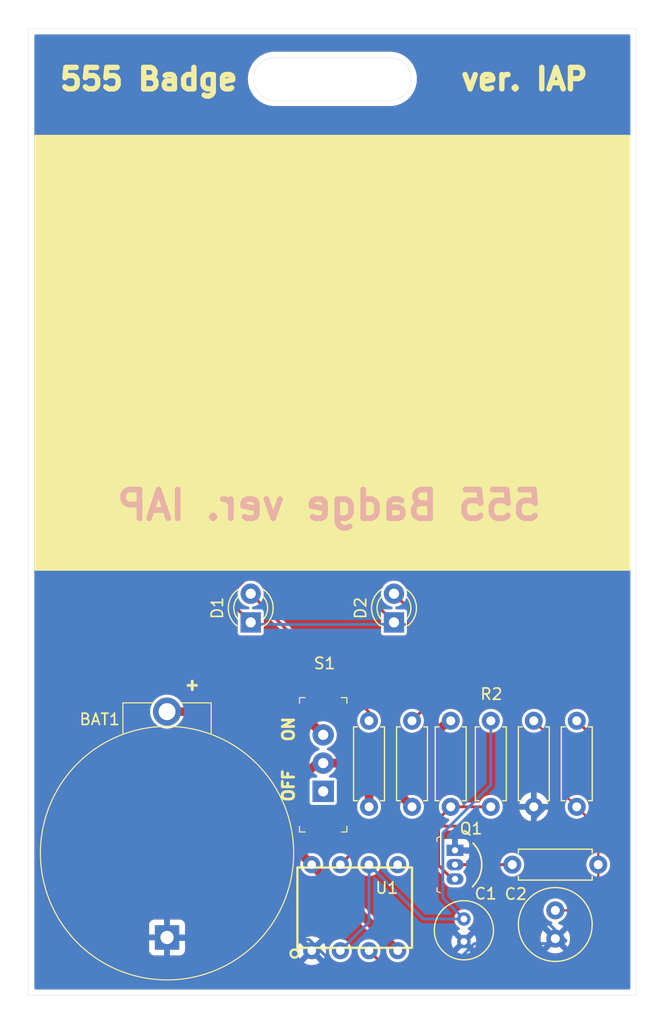
<source format=kicad_pcb>
(kicad_pcb (version 20240108) (generator "pcbnew") (generator_version "8.0")
  (title_block (title "555 Badge") (rev "v01") (comment 3 "License: CC BY 4.0") (comment 4 "Author: Illia Poddubniak"))
  (layers (0 "F.Cu" signal) (31 "B.Cu" signal) (34 "B.Paste" user) (35 "F.Paste" user) (36 "B.SilkS" user "B.Silkscreen") (37 "F.SilkS" user "F.Silkscreen") (38 "B.Mask" user) (39 "F.Mask" user) (44 "Edge.Cuts" user))
  (net 0 "")
  (net 1 "GND")
  (net 2 "Net-(BAT1-PadPos)")
  (net 3 "Net-(U1-THRESH)")
  (net 4 "Net-(C2-Pad1)")
  (net 5 "Net-(D1-A)")
  (net 6 "Net-(D1-K)")
  (net 7 "Net-(D2-A)")
  (net 8 "Net-(Q1-B)")
  (net 9 "Net-(U1-DIS)")
  (net 10 "VCC")
  (net 11 "Net-(U1-OUT)")
  (footprint "Resistor_THT:R_Axial_DIN0207_L6.3mm_D2.5mm_P7.62mm_Horizontal" (layer "F.Cu") (at 157.1752 110.3122 90)
    (property "Reference" "R5" (hide yes))
    (property "Value" "100")
    (fp_line (start 7.08 -1.37) (end 7.08 -1.04) (stroke (width 0.12)) (layer "F.SilkS"))
    (fp_line (start 0.54 -1.37) (end 7.08 -1.37) (stroke (width 0.12)) (layer "F.SilkS"))
    (fp_line (start 0.54 -1.04) (end 0.54 -1.37) (stroke (width 0.12)) (layer "F.SilkS"))
    (fp_line (start 0.54 1.04) (end 0.54 1.37) (stroke (width 0.12)) (layer "F.SilkS"))
    (fp_line (start 7.08 1.37) (end 7.08 1.04) (stroke (width 0.12)) (layer "F.SilkS"))
    (fp_line (start 0.54 1.37) (end 7.08 1.37) (stroke (width 0.12)) (layer "F.SilkS"))
    (pad "1" thru_hole circle (at 0 0 90) (size 1.6 1.6) (drill 0.8) (layers "*.Cu" "*.Mask") (net 10 "VCC"))
    (pad "2" thru_hole oval (at 7.62 0 90) (size 1.6 1.6) (drill 0.8) (layers "*.Cu" "*.Mask") (net 5 "Net-(D1-A)"))
  )
  (footprint "Resistor_THT:R_Axial_DIN0207_L6.3mm_D2.5mm_P7.62mm_Horizontal" (layer "F.Cu") (at 164.4142 102.6922 -90)
    (property "Reference" "R1" (hide yes))
    (property "Value" "22k")
    (fp_line (start 0.54 1.37) (end 7.08 1.37) (stroke (width 0.12)) (layer "F.SilkS"))
    (fp_line (start 7.08 1.37) (end 7.08 1.04) (stroke (width 0.12)) (layer "F.SilkS"))
    (fp_line (start 0.54 1.04) (end 0.54 1.37) (stroke (width 0.12)) (layer "F.SilkS"))
    (fp_line (start 0.54 -1.04) (end 0.54 -1.37) (stroke (width 0.12)) (layer "F.SilkS"))
    (fp_line (start 0.54 -1.37) (end 7.08 -1.37) (stroke (width 0.12)) (layer "F.SilkS"))
    (fp_line (start 7.08 -1.37) (end 7.08 -1.04) (stroke (width 0.12)) (layer "F.SilkS"))
    (pad "1" thru_hole circle (at 0 0 270) (size 1.6 1.6) (drill 0.8) (layers "*.Cu" "*.Mask") (net 10 "VCC"))
    (pad "2" thru_hole oval (at 7.62 0 270) (size 1.6 1.6) (drill 0.8) (layers "*.Cu" "*.Mask") (net 9 "Net-(U1-DIS)"))
  )
  (footprint "Resistor_THT:R_Axial_DIN0207_L6.3mm_D2.5mm_P7.62mm_Horizontal" (layer "F.Cu") (at 171.7802 102.6922 -90)
    (property "Reference" "R4" (hide yes))
    (property "Value" "100k")
    (fp_line (start 0.54 1.37) (end 7.08 1.37) (stroke (width 0.12)) (layer "F.SilkS"))
    (fp_line (start 7.08 1.37) (end 7.08 1.04) (stroke (width 0.12)) (layer "F.SilkS"))
    (fp_line (start 0.54 1.04) (end 0.54 1.37) (stroke (width 0.12)) (layer "F.SilkS"))
    (fp_line (start 0.54 -1.04) (end 0.54 -1.37) (stroke (width 0.12)) (layer "F.SilkS"))
    (fp_line (start 0.54 -1.37) (end 7.08 -1.37) (stroke (width 0.12)) (layer "F.SilkS"))
    (fp_line (start 7.08 -1.37) (end 7.08 -1.04) (stroke (width 0.12)) (layer "F.SilkS"))
    (pad "1" thru_hole circle (at 0 0 270) (size 1.6 1.6) (drill 0.8) (layers "*.Cu" "*.Mask") (net 4 "Net-(C2-Pad1)"))
    (pad "2" thru_hole oval (at 7.62 0 270) (size 1.6 1.6) (drill 0.8) (layers "*.Cu" "*.Mask") (net 1 "GND"))
  )
  (footprint "Resistor_THT:R_Axial_DIN0207_L6.3mm_D2.5mm_P7.62mm_Horizontal" (layer "F.Cu") (at 177.4952 115.4322 180)
    (property "Reference" "R7" (hide yes))
    (property "Value" "10k")
    (fp_line (start 7.08 1.37) (end 7.08 1.04) (stroke (width 0.12)) (layer "F.SilkS"))
    (fp_line (start 7.08 -1.37) (end 7.08 -1.04) (stroke (width 0.12)) (layer "F.SilkS"))
    (fp_line (start 0.54 1.37) (end 7.08 1.37) (stroke (width 0.12)) (layer "F.SilkS"))
    (fp_line (start 0.54 1.04) (end 0.54 1.37) (stroke (width 0.12)) (layer "F.SilkS"))
    (fp_line (start 0.54 -1.04) (end 0.54 -1.37) (stroke (width 0.12)) (layer "F.SilkS"))
    (fp_line (start 0.54 -1.37) (end 7.08 -1.37) (stroke (width 0.12)) (layer "F.SilkS"))
    (pad "1" thru_hole circle (at 0 0 180) (size 1.6 1.6) (drill 0.8) (layers "*.Cu" "*.Mask") (net 4 "Net-(C2-Pad1)"))
    (pad "2" thru_hole oval (at 7.62 0 180) (size 1.6 1.6) (drill 0.8) (layers "*.Cu" "*.Mask") (net 8 "Net-(Q1-B)"))
  )
  (footprint "digikey-footprints:Switch_Slide_11.6x4mm_EG1218" (layer "F.Cu") (at 153.1112 108.9406 90)
    (property "Reference" "S1" (at 11.3284 0.127 180) (layer "F.SilkS"))
    (property "Value" "EG1218")
    (fp_line (start 8.3 -2.1) (end 7.8 -2.1) (stroke (width 0.1)) (layer "F.SilkS"))
    (fp_line (start 8.3 -2.1) (end 8.3 -1.6) (stroke (width 0.1)) (layer "F.SilkS"))
    (fp_line (start -3.6 -2.1) (end -3.1 -2.1) (stroke (width 0.1)) (layer "F.SilkS"))
    (fp_line (start -3.6 -2.1) (end -3.6 -1.6) (stroke (width 0.1)) (layer "F.SilkS"))
    (fp_line (start 8.3 2.1) (end 8.3 1.6) (stroke (width 0.1)) (layer "F.SilkS"))
    (fp_line (start 8.3 2.1) (end 7.8 2.1) (stroke (width 0.1)) (layer "F.SilkS"))
    (fp_line (start -3.6 2.1) (end -3.6 1.6) (stroke (width 0.1)) (layer "F.SilkS"))
    (fp_line (start -3.6 2.1) (end -3.1 2.1) (stroke (width 0.1)) (layer "F.SilkS"))
    (pad "1" thru_hole rect (at 0 0 90) (size 1.9 1.9) (drill 0.9) (layers "*.Cu" "*.Mask"))
    (pad "2" thru_hole circle (at 2.5 0 90) (size 1.9 1.9) (drill 0.9) (layers "*.Cu" "*.Mask") (net 10 "VCC"))
    (pad "3" thru_hole circle (at 5 0 90) (size 1.9 1.9) (drill 0.9) (layers "*.Cu" "*.Mask") (net 2 "Net-(BAT1-PadPos)"))
  )
  (footprint "LED_THT:LED_D3.0mm" (layer "F.Cu") (at 146.685 93.98 90)
    (property "Reference" "D1" (at 1.27 -2.96 90) (layer "F.SilkS"))
    (property "Value" "RED")
    (fp_line (start -0.29 -1.236) (end -0.29 -1.08) (stroke (width 0.12)) (layer "F.SilkS"))
    (fp_line (start -0.29 1.08) (end -0.29 1.236) (stroke (width 0.12)) (layer "F.SilkS"))
    (fp_arc (start -0.29 -1.235516) (mid 1.366487 -1.987659) (end 2.942335 -1.078608) (stroke (width 0.12)) (layer "F.SilkS"))
    (fp_arc (start 0.229039 -1.08) (mid 1.270117 -1.5) (end 2.31113 -1.079837) (stroke (width 0.12)) (layer "F.SilkS"))
    (fp_arc (start 2.942335 1.078608) (mid 1.366487 1.987659) (end -0.29 1.235516) (stroke (width 0.12)) (layer "F.SilkS"))
    (fp_arc (start 2.31113 1.079837) (mid 1.270117 1.5) (end 0.229039 1.08) (stroke (width 0.12)) (layer "F.SilkS"))
    (pad "1" thru_hole rect (at 0 0 90) (size 1.8 1.8) (drill 0.9) (layers "*.Cu" "*.Mask") (net 6 "Net-(D1-K)"))
    (pad "2" thru_hole circle (at 2.54 0 90) (size 1.8 1.8) (drill 0.9) (layers "*.Cu" "*.Mask") (net 5 "Net-(D1-A)"))
  )
  (footprint "digikey-footprints:Battery_Holder_Coin_2032_BS-7" (layer "F.Cu") (at 139.2682 121.8819 90)
    (property "Reference" "BAT1" (at 19.3167 -5.969 180) (layer "F.SilkS"))
    (property "Value" "BS-7")
    (fp_line (start 20.7772 -3.9116) (end 20.7772 -1.0668) (stroke (width 0.1)) (layer "F.SilkS"))
    (fp_line (start 18.034 -3.9116) (end 20.7772 -3.9116) (stroke (width 0.1)) (layer "F.SilkS"))
    (fp_line (start 20.7772 3.9116) (end 20.7772 1.0668) (stroke (width 0.1)) (layer "F.SilkS"))
    (fp_line (start 18.034 3.9116) (end 20.7772 3.9116) (stroke (width 0.1)) (layer "F.SilkS"))
    (fp_circle (center 7.4676 0) (end -3.7592 0) (stroke (width 0.1)) (fill none) (layer "F.SilkS"))
    (pad "Neg" thru_hole rect (at 0 0 90) (size 2.17 2.17) (drill 1.17) (layers "*.Cu" "*.Mask") (net 1 "GND"))
    (pad "Pos" thru_hole circle (at 20 0 90) (size 2.5 2.5) (drill 1.5) (layers "*.Cu" "*.Mask") (net 2 "Net-(BAT1-PadPos)"))
  )
  (footprint "Capacitor_THT:C_Radial_D5.0mm_H5.0mm_P2.00mm" (layer "F.Cu") (at 165.5826 120.2436 -90)
    (property "Reference" "C1" (at -2.2352 -1.9304 180) (layer "F.SilkS"))
    (property "Value" "10uF")
    (fp_circle (center 1 0) (end 3.62 0) (stroke (width 0.12)) (fill none) (layer "F.SilkS"))
    (pad "1" thru_hole circle (at 0 0 270) (size 1.2 1.2) (drill 0.6) (layers "*.Cu" "*.Mask") (net 3 "Net-(U1-THRESH)"))
    (pad "2" thru_hole circle (at 2 0 270) (size 1.2 1.2) (drill 0.6) (layers "*.Cu" "*.Mask") (net 1 "GND"))
  )
  (footprint "Capacitor_THT:C_Radial_D6.3mm_H5.0mm_P2.50mm" (layer "F.Cu") (at 173.6852 119.4816 -90)
    (property "Reference" "C2" (at -1.4478 3.5052 180) (layer "F.SilkS"))
    (property "Value" "100uF")
    (fp_circle (center 1.25 0) (end 4.52 0) (stroke (width 0.12)) (fill none) (layer "F.SilkS"))
    (pad "1" thru_hole circle (at 0 0 270) (size 1.6 1.6) (drill 0.8) (layers "*.Cu" "*.Mask") (net 4 "Net-(C2-Pad1)"))
    (pad "2" thru_hole circle (at 2.5 0 270) (size 1.6 1.6) (drill 0.8) (layers "*.Cu" "*.Mask") (net 1 "GND"))
  )
  (footprint "Resistor_THT:R_Axial_DIN0207_L6.3mm_D2.5mm_P7.62mm_Horizontal" (layer "F.Cu") (at 160.9852 110.3122 90)
    (property "Reference" "R6" (hide yes))
    (property "Value" "100")
    (fp_line (start 7.08 -1.37) (end 7.08 -1.04) (stroke (width 0.12)) (layer "F.SilkS"))
    (fp_line (start 0.54 -1.37) (end 7.08 -1.37) (stroke (width 0.12)) (layer "F.SilkS"))
    (fp_line (start 0.54 -1.04) (end 0.54 -1.37) (stroke (width 0.12)) (layer "F.SilkS"))
    (fp_line (start 0.54 1.04) (end 0.54 1.37) (stroke (width 0.12)) (layer "F.SilkS"))
    (fp_line (start 7.08 1.37) (end 7.08 1.04) (stroke (width 0.12)) (layer "F.SilkS"))
    (fp_line (start 0.54 1.37) (end 7.08 1.37) (stroke (width 0.12)) (layer "F.SilkS"))
    (pad "1" thru_hole circle (at 0 0 90) (size 1.6 1.6) (drill 0.8) (layers "*.Cu" "*.Mask") (net 10 "VCC"))
    (pad "2" thru_hole oval (at 7.62 0 90) (size 1.6 1.6) (drill 0.8) (layers "*.Cu" "*.Mask") (net 7 "Net-(D2-A)"))
  )
  (footprint "Resistor_THT:R_Axial_DIN0207_L6.3mm_D2.5mm_P7.62mm_Horizontal" (layer "F.Cu") (at 175.5902 102.6922 -90)
    (property "Reference" "R3" (hide yes))
    (property "Value" "22k")
    (fp_line (start 0.54 1.37) (end 7.08 1.37) (stroke (width 0.12)) (layer "F.SilkS"))
    (fp_line (start 7.08 1.37) (end 7.08 1.04) (stroke (width 0.12)) (layer "F.SilkS"))
    (fp_line (start 0.54 1.04) (end 0.54 1.37) (stroke (width 0.12)) (layer "F.SilkS"))
    (fp_line (start 0.54 -1.04) (end 0.54 -1.37) (stroke (width 0.12)) (layer "F.SilkS"))
    (fp_line (start 0.54 -1.37) (end 7.08 -1.37) (stroke (width 0.12)) (layer "F.SilkS"))
    (fp_line (start 7.08 -1.37) (end 7.08 -1.04) (stroke (width 0.12)) (layer "F.SilkS"))
    (pad "1" thru_hole circle (at 0 0 270) (size 1.6 1.6) (drill 0.8) (layers "*.Cu" "*.Mask") (net 11 "Net-(U1-OUT)"))
    (pad "2" thru_hole oval (at 7.62 0 270) (size 1.6 1.6) (drill 0.8) (layers "*.Cu" "*.Mask") (net 4 "Net-(C2-Pad1)"))
  )
  (footprint "Resistor_THT:R_Axial_DIN0207_L6.3mm_D2.5mm_P7.62mm_Horizontal" (layer "F.Cu") (at 167.9702 110.3122 90)
    (property "Reference" "R2" (at 9.9822 0.0508 180) (layer "F.SilkS"))
    (property "Value" "330k")
    (fp_line (start 7.08 -1.37) (end 7.08 -1.04) (stroke (width 0.12)) (layer "F.SilkS"))
    (fp_line (start 0.54 -1.37) (end 7.08 -1.37) (stroke (width 0.12)) (layer "F.SilkS"))
    (fp_line (start 0.54 -1.04) (end 0.54 -1.37) (stroke (width 0.12)) (layer "F.SilkS"))
    (fp_line (start 0.54 1.04) (end 0.54 1.37) (stroke (width 0.12)) (layer "F.SilkS"))
    (fp_line (start 7.08 1.37) (end 7.08 1.04) (stroke (width 0.12)) (layer "F.SilkS"))
    (fp_line (start 0.54 1.37) (end 7.08 1.37) (stroke (width 0.12)) (layer "F.SilkS"))
    (pad "1" thru_hole circle (at 0 0 90) (size 1.6 1.6) (drill 0.8) (layers "*.Cu" "*.Mask") (net 9 "Net-(U1-DIS)"))
    (pad "2" thru_hole oval (at 7.62 0 90) (size 1.6 1.6) (drill 0.8) (layers "*.Cu" "*.Mask") (net 3 "Net-(U1-THRESH)"))
  )
  (footprint "555_Badge:ICM7555-PDIP" (layer "F.Cu") (at 155.9052 119.2422)
    (property "Reference" "U1" (at 2.8448 -1.7418 0) (layer "F.SilkS") (effects (font (thickness 0.1524))))
    (property "Value" "~" (hide yes))
    (fp_line (start -5.08 -3.556) (end -5.08 3.556) (stroke (width 0.2032)) (layer "F.SilkS"))
    (fp_line (start 5.08 -3.556) (end -5.08 -3.556) (stroke (width 0.2032)) (layer "F.SilkS"))
    (fp_line (start 5.08 -3.556) (end 5.08 3.556) (stroke (width 0.2032)) (layer "F.SilkS"))
    (fp_line (start 5.08 3.556) (end -5.08 3.556) (stroke (width 0.2032)) (layer "F.SilkS"))
    (fp_circle (center -5.334 4.064) (end -4.97479 4.064) (stroke (width 0.2032)) (fill none) (layer "F.SilkS"))
    (pad "1" thru_hole circle (at -3.81 3.81) (size 1.524 1.524) (drill 0.762) (layers "*.Cu" "*.Mask") (net 1 "GND"))
    (pad "2" thru_hole circle (at -1.27 3.81) (size 1.524 1.524) (drill 0.762) (layers "*.Cu" "*.Mask") (net 3 "Net-(U1-THRESH)"))
    (pad "3" thru_hole circle (at 1.27 3.81) (size 1.524 1.524) (drill 0.762) (layers "*.Cu" "*.Mask") (net 11 "Net-(U1-OUT)"))
    (pad "4" thru_hole circle (at 3.81 3.81) (size 1.524 1.524) (drill 0.762) (layers "*.Cu" "*.Mask") (net 10 "VCC"))
    (pad "5" thru_hole circle (at 3.81 -3.81) (size 1.524 1.524) (drill 0.762) (layers "*.Cu" "*.Mask"))
    (pad "6" thru_hole circle (at 1.27 -3.81) (size 1.524 1.524) (drill 0.762) (layers "*.Cu" "*.Mask") (net 3 "Net-(U1-THRESH)"))
    (pad "7" thru_hole circle (at -1.27 -3.81) (size 1.524 1.524) (drill 0.762) (layers "*.Cu" "*.Mask") (net 9 "Net-(U1-DIS)"))
    (pad "8" thru_hole circle (at -3.81 -3.81) (size 1.524 1.524) (drill 0.762) (layers "*.Cu" "*.Mask") (net 10 "VCC"))
  )
  (footprint "digikey-footprints:TO-92-3" (layer "F.Cu") (at 164.7952 114.1622 -90)
    (property "Reference" "Q1" (at -1.9196 -1.4224 180) (layer "F.SilkS"))
    (property "Value" "2N3904")
    (fp_line (start -1.08 1.6) (end -1.23 1.3) (stroke (width 0.1)) (layer "F.SilkS"))
    (fp_line (start -0.78 1.6) (end -1.08 1.6) (stroke (width 0.1)) (layer "F.SilkS"))
    (fp_line (start 3.62 1.6) (end 3.32 1.6) (stroke (width 0.1)) (layer "F.SilkS"))
    (fp_line (start 3.62 1.6) (end 3.77 1.3) (stroke (width 0.1)) (layer "F.SilkS"))
    (fp_arc (start -0.63 -1.6) (mid 1.305355 -2.372361) (end 3.22 -1.55) (stroke (width 0.15)) (layer "F.SilkS"))
    (pad "1" thru_hole rect (at 0 0 90) (size 1 1.5) (drill 0.55) (layers "*.Cu" "*.Mask") (net 1 "GND"))
    (pad "2" thru_hole oval (at 1.27 0 90) (size 1 1.5) (drill 0.55) (layers "*.Cu" "*.Mask") (net 8 "Net-(Q1-B)"))
    (pad "3" thru_hole oval (at 2.54 0 90) (size 1 1.5) (drill 0.55) (layers "*.Cu" "*.Mask") (net 6 "Net-(D1-K)"))
  )
  (footprint "LED_THT:LED_D3.0mm" (layer "F.Cu") (at 159.385 93.98 90)
    (property "Reference" "D2" (at 1.27 -2.96 90) (layer "F.SilkS"))
    (property "Value" "RED")
    (fp_line (start -0.29 -1.236) (end -0.29 -1.08) (stroke (width 0.12)) (layer "F.SilkS"))
    (fp_line (start -0.29 1.08) (end -0.29 1.236) (stroke (width 0.12)) (layer "F.SilkS"))
    (fp_arc (start -0.29 -1.235516) (mid 1.366487 -1.987659) (end 2.942335 -1.078608) (stroke (width 0.12)) (layer "F.SilkS"))
    (fp_arc (start 0.229039 -1.08) (mid 1.270117 -1.5) (end 2.31113 -1.079837) (stroke (width 0.12)) (layer "F.SilkS"))
    (fp_arc (start 2.942335 1.078608) (mid 1.366487 1.987659) (end -0.29 1.235516) (stroke (width 0.12)) (layer "F.SilkS"))
    (fp_arc (start 2.31113 1.079837) (mid 1.270117 1.5) (end 0.229039 1.08) (stroke (width 0.12)) (layer "F.SilkS"))
    (pad "1" thru_hole rect (at 0 0 90) (size 1.8 1.8) (drill 0.9) (layers "*.Cu" "*.Mask") (net 6 "Net-(D1-K)"))
    (pad "2" thru_hole circle (at 2.54 0 90) (size 1.8 1.8) (drill 0.9) (layers "*.Cu" "*.Mask") (net 7 "Net-(D2-A)"))
  )
  (gr_arc (start 148.844 47.752) (mid 146.939 45.847) (end 148.844 43.942) (stroke (width 0.0254)) (layer "Edge.Cuts"))
  (gr_line (start 148.844 43.942) (end 159.004 43.942) (stroke (width 0.0254)) (layer "Edge.Cuts"))
  (gr_line (start 180.848 127) (end 180.848 41.402) (stroke (width 0.0254)) (layer "Edge.Cuts"))
  (gr_line (start 148.844 47.752) (end 159.004 47.752) (stroke (width 0.0254)) (layer "Edge.Cuts"))
  (gr_line (start 127 41.402) (end 127 127) (stroke (width 0.0254)) (layer "Edge.Cuts"))
  (gr_arc (start 159.004 43.942) (mid 160.909 45.847) (end 159.004 47.752) (stroke (width 0.0254)) (layer "Edge.Cuts"))
  (gr_line (start 127 127) (end 180.848 127) (stroke (width 0.0254)) (layer "Edge.Cuts"))
  (gr_line (start 180.848 41.402) (end 127 41.402) (stroke (width 0.0254)) (layer "Edge.Cuts"))
  (gr_text "555 Badge ver. IAP" (at 172.72 85.09 0) (layer "B.SilkS") (effects (font (size 2.54 2.54) (thickness 0.508) (bold yes)) (justify left bottom mirror)))
  (gr_text "ver. IAP" (at 165.1 46.99 0) (layer "F.SilkS") (effects (font (size 1.905 1.905) (thickness 0.47625) (bold yes)) (justify left bottom)))
  (gr_text "OFF\n" (at 150.622 109.982 90) (layer "F.SilkS") (effects (font (size 1 1) (thickness 0.25) (bold yes)) (justify left bottom)))
  (gr_text "+" (at 140.716 100.076 0) (layer "F.SilkS") (effects (font (size 1 1) (thickness 0.25) (bold yes)) (justify left bottom)))
  (gr_text "ON" (at 150.622 104.648 90) (layer "F.SilkS") (effects (font (size 1 1) (thickness 0.25) (bold yes)) (justify left bottom)))
  (gr_text "555 Badge" (at 129.54 46.99 0) (layer "F.SilkS") (effects (font (size 1.905 1.905) (thickness 0.47625) (bold yes)) (justify left bottom)))
  (segment (start 165.2712 122.555) (end 165.5826 122.2436) (width 0.254) (layer "F.Cu") (net 1))
  (segment (start 172.72 110.49) (end 168.87 114.34) (width 0.254) (layer "B.Cu") (net 1))
  (segment (start 140.208 122.0597) (end 151.8647 122.0597) (width 0.254) (layer "B.Cu") (net 1))
  (segment (start 164.6248 124.319) (end 154.124 124.319) (width 0.254) (layer "B.Cu") (net 1))
  (segment (start 174.363 122.4214) (end 174.625 122.1594) (width 0.254) (layer "B.Cu") (net 1))
  (segment (start 166.5224 122.4214) (end 174.363 122.4214) (width 0.254) (layer "B.Cu") (net 1))
  (segment (start 151.8647 122.0597) (end 153.035 123.23) (width 0.254) (layer "B.Cu") (net 1))
  (segment (start 166.5224 122.4214) (end 164.6248 124.319) (width 0.254) (layer "B.Cu") (net 1))
  (segment (start 166.8056 114.34) (end 174.625 122.1594) (width 0.254) (layer "B.Cu") (net 1))
  (segment (start 154.124 124.319) (end 153.035 123.23) (width 0.254) (layer "B.Cu") (net 1))
  (segment (start 168.87 114.34) (end 165.735 114.34) (width 0.254) (layer "B.Cu") (net 1))
  (segment (start 165.735 114.34) (end 166.8056 114.34) (width 0.254) (layer "B.Cu") (net 1))
  (segment (start 151.0525 101.8819) (end 153.1112 103.9406) (width 0.762) (layer "F.Cu") (net 2))
  (segment (start 139.2682 101.8819) (end 151.0525 101.8819) (width 0.762) (layer "F.Cu") (net 2))
  (segment (start 157.1752 115.4322) (end 157.1752 120.5122) (width 0.254) (layer "B.Cu") (net 3))
  (segment (start 163.7182 112.6338) (end 167.9702 108.3818) (width 0.254) (layer "B.Cu") (net 3))
  (segment (start 167.9702 108.3818) (end 167.9702 102.6922) (width 0.254) (layer "B.Cu") (net 3))
  (segment (start 163.7182 118.3792) (end 163.7182 112.6338) (width 0.254) (layer "B.Cu") (net 3))
  (segment (start 165.5826 120.2436) (end 163.7182 118.3792) (width 0.254) (layer "B.Cu") (net 3))
  (segment (start 161.9866 120.2436) (end 157.1752 115.4322) (width 0.254) (layer "B.Cu") (net 3))
  (segment (start 157.1752 120.5122) (end 154.6352 123.0522) (width 0.254) (layer "B.Cu") (net 3))
  (segment (start 165.5826 120.2436) (end 161.9866 120.2436) (width 0.254) (layer "B.Cu") (net 3))
  (segment (start 175.0822 119.4816) (end 177.4952 117.0686) (width 0.2) (layer "F.Cu") (net 4))
  (segment (start 177.4952 117.0686) (end 177.4952 115.4322) (width 0.2) (layer "F.Cu") (net 4))
  (segment (start 177.4952 112.2172) (end 175.5902 110.3122) (width 0.2) (layer "F.Cu") (net 4))
  (segment (start 177.4952 115.4322) (end 177.4952 112.2172) (width 0.2) (layer "F.Cu") (net 4))
  (segment (start 175.5902 110.3122) (end 173.6852 108.4072) (width 0.2) (layer "F.Cu") (net 4))
  (segment (start 173.6852 119.4816) (end 175.0822 119.4816) (width 0.2) (layer "F.Cu") (net 4))
  (segment (start 173.6852 104.5972) (end 171.7802 102.6922) (width 0.2) (layer "F.Cu") (net 4))
  (segment (start 173.6852 108.4072) (end 173.6852 104.5972) (width 0.2) (layer "F.Cu") (net 4))
  (segment (start 146.685 91.44) (end 157.1752 101.9302) (width 0.254) (layer "F.Cu") (net 5))
  (segment (start 157.1752 101.9302) (end 157.1752 102.6922) (width 0.254) (layer "F.Cu") (net 5))
  (segment (start 163.3442 112.024252) (end 168.264748 112.024252) (width 0.254) (layer "F.Cu") (net 6))
  (segment (start 164.7952 116.7022) (end 164.5452 116.7022) (width 0.254) (layer "F.Cu") (net 6))
  (segment (start 159.385 93.98) (end 155.575 90.17) (width 0.254) (layer "F.Cu") (net 6))
  (segment (start 145.288 92.583) (end 146.685 93.98) (width 0.254) (layer "F.Cu") (net 6))
  (segment (start 146.219759 90.17) (end 145.288 91.101759) (width 0.254) (layer "F.Cu") (net 6))
  (segment (start 169.291 99.568) (end 159.893 90.17) (width 0.254) (layer "F.Cu") (net 6))
  (segment (start 164.5452 116.7022) (end 163.3442 115.5012) (width 0.254) (layer "F.Cu") (net 6))
  (segment (start 155.575 90.17) (end 146.219759 90.17) (width 0.254) (layer "F.Cu") (net 6))
  (segment (start 163.3442 115.5012) (end 163.3442 112.024252) (width 0.254) (layer "F.Cu") (net 6))
  (segment (start 169.291 110.998) (end 169.291 99.568) (width 0.254) (layer "F.Cu") (net 6))
  (segment (start 159.893 90.17) (end 155.575 90.17) (width 0.254) (layer "F.Cu") (net 6))
  (segment (start 145.288 91.101759) (end 145.288 92.583) (width 0.254) (layer "F.Cu") (net 6))
  (segment (start 168.264748 112.024252) (end 169.291 110.998) (width 0.254) (layer "F.Cu") (net 6))
  (segment (start 160.3248 94.1578) (end 147.6248 94.1578) (width 0.254) (layer "B.Cu") (net 6))
  (segment (start 160.9852 102.6922) (end 162.56 101.1174) (width 0.254) (layer "F.Cu") (net 7))
  (segment (start 161.036 93.091) (end 159.385 91.44) (width 0.254) (layer "F.Cu") (net 7))
  (segment (start 162.56 94.615) (end 161.036 93.091) (width 0.254) (layer "F.Cu") (net 7))
  (segment (start 162.56 101.1174) (end 162.56 94.615) (width 0.254) (layer "F.Cu") (net 7))
  (segment (start 164.7952 115.4322) (end 169.8752 115.4322) (width 0.254) (layer "F.Cu") (net 8))
  (segment (start 154.6352 115.4322) (end 158.2312 111.8362) (width 0.254) (layer "F.Cu") (net 9))
  (segment (start 158.2312 111.8362) (end 162.8902 111.8362) (width 0.254) (layer "F.Cu") (net 9))
  (segment (start 164.4142 110.3122) (end 167.9702 110.3122) (width 0.254) (layer "F.Cu") (net 9))
  (segment (start 162.8902 111.8362) (end 164.4142 110.3122) (width 0.254) (layer "F.Cu") (net 9))
  (segment (start 167.9702 110.3122) (end 168.0102 110.3522) (width 0.254) (layer "F.Cu") (net 9))
  (segment (start 151.2062 107.7836) (end 151.2062 114.5432) (width 0.762) (layer "F.Cu") (net 10))
  (segment (start 157.1752 109.161098) (end 157.1752 110.3122) (width 0.762) (layer "F.Cu") (net 10))
  (segment (start 153.1112 106.4406) (end 154.454702 106.4406) (width 0.762) (layer "F.Cu") (net 10))
  (segment (start 152.5492 106.4406) (end 151.2062 107.7836) (width 0.762) (layer "F.Cu") (net 10))
  (segment (start 152.0952 115.4322) (end 159.7152 123.0522) (width 0.762) (layer "F.Cu") (net 10))
  (segment (start 153.1112 106.4406) (end 160.4518 106.4406) (width 0.762) (layer "F.Cu") (net 10))
  (segment (start 154.454702 106.4406) (end 157.1752 109.161098) (width 0.762) (layer "F.Cu") (net 10))
  (segment (start 153.1112 106.4406) (end 152.5492 106.4406) (width 0.762) (layer "F.Cu") (net 10))
  (segment (start 153.1112 106.4406) (end 157.1136 106.4406) (width 0.762) (layer "F.Cu") (net 10))
  (segment (start 157.1136 106.4406) (end 160.9852 110.3122) (width 0.762) (layer "F.Cu") (net 10))
  (segment (start 160.4518 106.4406) (end 164.1602 102.7322) (width 0.762) (layer "F.Cu") (net 10))
  (segment (start 151.2062 114.5432) (end 152.0952 115.4322) (width 0.762) (layer "F.Cu") (net 10))
  (segment (start 157.1752 123.0522) (end 158.9894 124.8664) (width 0.254) (layer "F.Cu") (net 11))
  (segment (start 179.3748 106.4768) (end 175.5902 102.6922) (width 0.254) (layer "F.Cu") (net 11))
  (segment (start 158.9894 124.8664) (end 175.641 124.8664) (width 0.254) (layer "F.Cu") (net 11))
  (segment (start 179.3748 121.1326) (end 179.3748 106.4768) (width 0.254) (layer "F.Cu") (net 11))
  (segment (start 175.641 124.8664) (end 179.3748 121.1326) (width 0.254) (layer "F.Cu") (net 11))
  (zone (net 1) (net_name "GND") (layer "F.Cu") (connect_pads (clearance 0.254)) (min_thickness 0.254) (fill yes (thermal_gap 0.508) (thermal_bridge_width 0.508))
    (polygon (pts (xy 124.46 129.54) (xy 182.88 129.54) (xy 182.88 38.862) (xy 124.46 38.862)))
  )
  (zone (net 1) (net_name "GND") (layer "B.Cu") (priority 1) (connect_pads (clearance 0.254)) (min_thickness 0.254) (fill yes (thermal_gap 0.508) (thermal_bridge_width 0.508))
    (polygon (pts (xy 124.46 129.54) (xy 182.88 129.54) (xy 182.88 38.862) (xy 124.46 38.862)))
  )
  (zone (net 0) (net_name "") (layer "F.SilkS") (priority 1) (connect_pads (clearance 0.254)) (min_thickness 0.254) (fill yes (thermal_gap 0.508) (thermal_bridge_width 0.508))
    (polygon (pts (xy 127.508 50.8) (xy 180.34 50.8) (xy 180.34 89.408) (xy 127.508 89.408)))
  )
)
</source>
